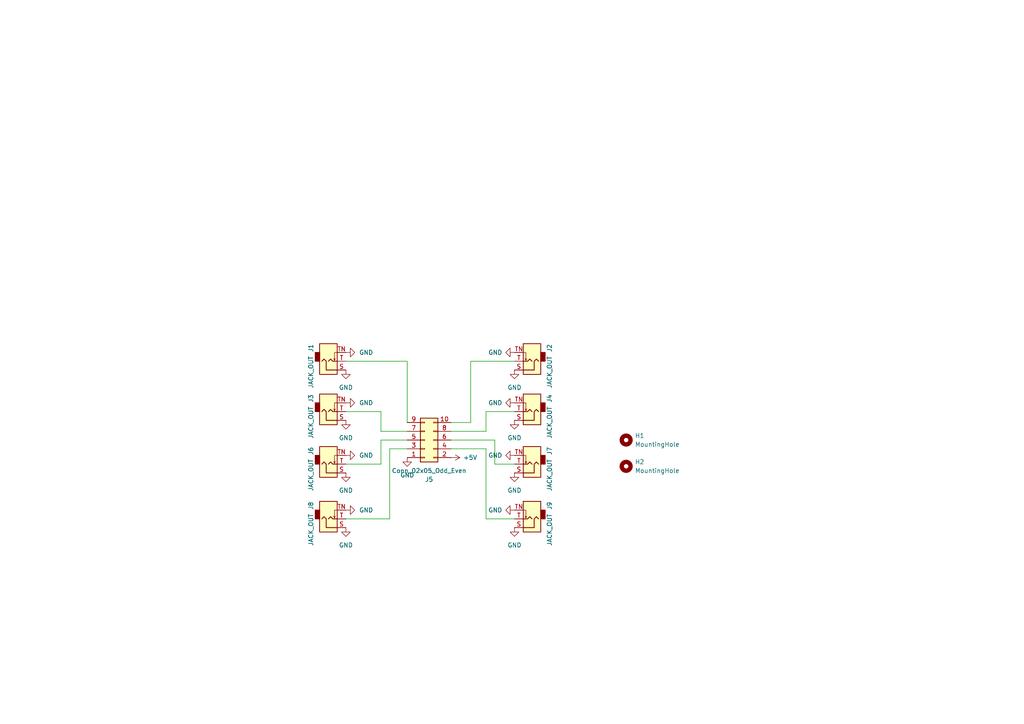
<source format=kicad_sch>
(kicad_sch (version 20211123) (generator eeschema)
  (paper "A4")
  (lib_symbols
    (symbol "Connector:AudioJack2_SwitchT"
      (property "Reference" "J" (at 0 8.89 0))
      (property "Value" "AudioJack2_SwitchT" (at 0 6.35 0))
      (symbol "AudioJack2_SwitchT_0_1"
        (rectangle (start -2.54 0) (end -3.81 -2.54) (stroke (width 0.254)) (fill (type outline)))
        (polyline (pts (xy 1.778 -0.254) (xy 2.032 -0.762)))
        (polyline (pts (xy 0 0) (xy 0.635 -0.635) (xy 1.27 0) (xy 2.54 0)) (stroke (width 0.254)))
        (polyline (pts (xy 2.54 -2.54) (xy 1.778 -2.54) (xy 1.778 -0.254) (xy 1.524 -0.762)))
        (polyline (pts (xy 2.54 2.54) (xy -0.635 2.54) (xy -0.635 0) (xy -1.27 -0.635) (xy -1.905 0)) (stroke (width 0.254)))
        (rectangle (start 2.54 3.81) (end -2.54 -5.08) (stroke (width 0.254)) (fill (type background)))
      )
      (symbol "AudioJack2_SwitchT_1_1"
        (pin passive line (at 5.08 2.54 180) (length 2.54) (name "~") (number "S"))
        (pin passive line (at 5.08 0 180) (length 2.54) (name "~") (number "T"))
        (pin passive line (at 5.08 -2.54 180) (length 2.54) (name "~") (number "TN"))
      )
    )
    (symbol "Connector_Generic:Conn_02x05_Odd_Even" (pin_names (offset 1.016) hide)
      (property "Reference" "J" (at 1.27 7.62 0))
      (property "Value" "Conn_02x05_Odd_Even" (at 1.27 -7.62 0))
      (symbol "Conn_02x05_Odd_Even_1_1"
        (rectangle (start -1.27 -4.953) (end 0 -5.207) (stroke (width 0.1524)))
        (rectangle (start -1.27 -2.413) (end 0 -2.667) (stroke (width 0.1524)))
        (rectangle (start -1.27 0.127) (end 0 -0.127) (stroke (width 0.1524)))
        (rectangle (start -1.27 2.667) (end 0 2.413) (stroke (width 0.1524)))
        (rectangle (start -1.27 5.207) (end 0 4.953) (stroke (width 0.1524)))
        (rectangle (start -1.27 6.35) (end 3.81 -6.35) (stroke (width 0.254)) (fill (type background)))
        (rectangle (start 3.81 -4.953) (end 2.54 -5.207) (stroke (width 0.1524)))
        (rectangle (start 3.81 -2.413) (end 2.54 -2.667) (stroke (width 0.1524)))
        (rectangle (start 3.81 0.127) (end 2.54 -0.127) (stroke (width 0.1524)))
        (rectangle (start 3.81 2.667) (end 2.54 2.413) (stroke (width 0.1524)))
        (rectangle (start 3.81 5.207) (end 2.54 4.953) (stroke (width 0.1524)))
        (pin passive line (at -5.08 5.08 0) (length 3.81) (name "Pin_1") (number "1"))
        (pin passive line (at 7.62 -5.08 180) (length 3.81) (name "Pin_10") (number "10"))
        (pin passive line (at 7.62 5.08 180) (length 3.81) (name "Pin_2") (number "2"))
        (pin passive line (at -5.08 2.54 0) (length 3.81) (name "Pin_3") (number "3"))
        (pin passive line (at 7.62 2.54 180) (length 3.81) (name "Pin_4") (number "4"))
        (pin passive line (at -5.08 0 0) (length 3.81) (name "Pin_5") (number "5"))
        (pin passive line (at 7.62 0 180) (length 3.81) (name "Pin_6") (number "6"))
        (pin passive line (at -5.08 -2.54 0) (length 3.81) (name "Pin_7") (number "7"))
        (pin passive line (at 7.62 -2.54 180) (length 3.81) (name "Pin_8") (number "8"))
        (pin passive line (at -5.08 -5.08 0) (length 3.81) (name "Pin_9") (number "9"))
      )
    )
    (symbol "Mechanical:MountingHole" (pin_names (offset 1.016))
      (property "Reference" "H" (at 0 5.08 0))
      (property "Value" "MountingHole" (at 0 3.175 0))
      (symbol "MountingHole_0_1"
        (circle (center 0 0) (radius 1.27) (stroke (width 1.27)))
      )
    )
    (symbol "power:+5V" (power) (pin_names (offset 0))
      (property "Value" "+5V" (at 0 3.556 0))
      (symbol "+5V_0_1"
        (polyline (pts (xy -0.762 1.27) (xy 0 2.54)))
        (polyline (pts (xy 0 0) (xy 0 2.54)))
        (polyline (pts (xy 0 2.54) (xy 0.762 1.27)))
      )
      (symbol "+5V_1_1"
        (pin power_in line (at 0 0 90) (length 0) hide (name "+5V") (number "1"))
      )
    )
    (symbol "power:GND" (power) (pin_names (offset 0))
      (property "Value" "GND" (at 0 -3.81 0))
      (symbol "GND_0_1"
        (polyline (pts (xy 0 0) (xy 0 -1.27) (xy 1.27 -1.27) (xy 0 -2.54) (xy -1.27 -1.27) (xy 0 -1.27)))
      )
      (symbol "GND_1_1"
        (pin power_in line (at 0 0 270) (length 0) hide (name "GND") (number "1"))
      )
    )
  )
  (wire (pts (xy 130.81 122.555) (xy 136.525 122.555)))
  (wire (pts (xy 136.525 122.555) (xy 136.525 104.775)))
  (wire (pts (xy 143.51 127.635) (xy 143.51 134.62)))
  (wire (pts (xy 118.11 125.095) (xy 110.49 125.095)))
  (wire (pts (xy 136.525 104.775) (xy 149.225 104.775)))
  (wire (pts (xy 130.81 127.635) (xy 143.51 127.635)))
  (wire (pts (xy 110.49 125.095) (xy 110.49 119.38)))
  (wire (pts (xy 113.03 150.495) (xy 100.33 150.495)))
  (wire (pts (xy 143.51 134.62) (xy 149.225 134.62)))
  (wire (pts (xy 110.49 119.38) (xy 100.33 119.38)))
  (wire (pts (xy 130.81 130.175) (xy 140.97 130.175)))
  (wire (pts (xy 110.49 134.62) (xy 100.33 134.62)))
  (wire (pts (xy 140.97 125.095) (xy 140.97 119.38)))
  (wire (pts (xy 100.33 104.775) (xy 118.11 104.775)))
  (wire (pts (xy 118.11 104.775) (xy 118.11 122.555)))
  (wire (pts (xy 118.11 127.635) (xy 110.49 127.635)))
  (wire (pts (xy 140.97 150.495) (xy 149.225 150.495)))
  (wire (pts (xy 140.97 119.38) (xy 149.225 119.38)))
  (wire (pts (xy 118.11 130.175) (xy 113.03 130.175)))
  (wire (pts (xy 130.81 125.095) (xy 140.97 125.095)))
  (wire (pts (xy 110.49 127.635) (xy 110.49 134.62)))
  (wire (pts (xy 140.97 130.175) (xy 140.97 150.495)))
  (wire (pts (xy 113.03 130.175) (xy 113.03 150.495)))
  (symbol (lib_id "power:GND") (at 100.33 121.92 0) (mirror y) (unit 1)
    (property "Reference" "#PWR07" (effects hide))
    (property "Value" "GND" (at 100.33 127 0))
  )
  (symbol (lib_id "power:+5V") (at 130.81 132.715 270) (unit 1)
    (property "Reference" "#PWR012" (effects hide))
    (property "Value" "+5V" (at 138.43 132.715 90) (effects (justify right)))
  )
  (symbol (lib_id "power:GND") (at 149.225 153.035 0) (unit 1)
    (property "Reference" "#PWR018" (effects hide))
    (property "Value" "GND" (at 149.225 158.115 0))
  )
  (symbol (lib_id "power:GND") (at 149.225 137.16 0) (unit 1)
    (property "Reference" "#PWR014" (effects hide))
    (property "Value" "GND" (at 149.225 142.24 0))
  )
  (symbol (lib_id "power:GND") (at 100.33 147.955 90) (unit 1)
    (property "Reference" "#PWR015" (effects hide))
    (property "Value" "GND" (at 104.14 147.9549 90) (effects (justify right)))
  )
  (symbol (lib_id "Connector:AudioJack2_SwitchT") (at 154.305 150.495 180) (unit 1)
    (property "Reference" "J9" (at 159.385 146.685 90))
    (property "Value" "JACK_OUT" (at 159.385 153.67 90))
    (property "Footprint" "Connector_Audio:Jack_3.5mm_QingPu_WQP-PJ398SM_Vertical_CircularHoles" (effects hide))
  )
  (symbol (lib_id "Connector:AudioJack2_SwitchT") (at 154.305 134.62 180) (unit 1)
    (property "Reference" "J7" (at 159.385 130.81 90))
    (property "Value" "JACK_OUT" (at 159.385 137.795 90))
    (property "Footprint" "Connector_Audio:Jack_3.5mm_QingPu_WQP-PJ398SM_Vertical_CircularHoles" (effects hide))
  )
  (symbol (lib_id "power:GND") (at 149.225 116.84 270) (unit 1)
    (property "Reference" "#PWR06" (effects hide))
    (property "Value" "GND" (at 141.605 116.84 90) (effects (justify left)))
  )
  (symbol (lib_id "power:GND") (at 100.33 102.235 90) (unit 1)
    (property "Reference" "#PWR01" (effects hide))
    (property "Value" "GND" (at 104.14 102.2349 90) (effects (justify right)))
  )
  (symbol (lib_id "power:GND") (at 149.225 132.08 270) (unit 1)
    (property "Reference" "#PWR010" (effects hide))
    (property "Value" "GND" (at 141.605 132.08 90) (effects (justify left)))
  )
  (symbol (lib_id "power:GND") (at 118.11 132.715 0) (unit 1)
    (property "Reference" "#PWR011" (effects hide))
    (property "Value" "GND" (at 118.11 137.795 0))
  )
  (symbol (lib_id "power:GND") (at 149.225 107.315 0) (unit 1)
    (property "Reference" "#PWR04" (effects hide))
    (property "Value" "GND" (at 149.225 112.395 0))
  )
  (symbol (lib_id "Connector_Generic:Conn_02x05_Odd_Even") (at 123.19 127.635 0) (mirror x) (unit 1)
    (property "Reference" "J5" (at 124.46 139.065 0))
    (property "Value" "Conn_02x05_Odd_Even" (at 124.46 136.525 0))
    (property "Footprint" "Connector_IDC:IDC-Header_2x05_P2.54mm_Vertical" (effects hide))
  )
  (symbol (lib_id "power:GND") (at 100.33 137.16 0) (mirror y) (unit 1)
    (property "Reference" "#PWR013" (effects hide))
    (property "Value" "GND" (at 100.33 142.24 0))
  )
  (symbol (lib_id "power:GND") (at 149.225 121.92 0) (unit 1)
    (property "Reference" "#PWR08" (effects hide))
    (property "Value" "GND" (at 149.225 127 0))
  )
  (symbol (lib_id "power:GND") (at 100.33 116.84 90) (unit 1)
    (property "Reference" "#PWR05" (effects hide))
    (property "Value" "GND" (at 104.14 116.8399 90) (effects (justify right)))
  )
  (symbol (lib_id "Connector:AudioJack2_SwitchT") (at 95.25 134.62 0) (mirror x) (unit 1)
    (property "Reference" "J6" (at 90.17 130.81 90))
    (property "Value" "JACK_OUT" (at 90.17 137.795 90))
    (property "Footprint" "Connector_Audio:Jack_3.5mm_QingPu_WQP-PJ398SM_Vertical_CircularHoles" (effects hide))
  )
  (symbol (lib_id "power:GND") (at 100.33 153.035 0) (mirror y) (unit 1)
    (property "Reference" "#PWR017" (effects hide))
    (property "Value" "GND" (at 100.33 158.115 0))
  )
  (symbol (lib_id "Connector:AudioJack2_SwitchT") (at 154.305 104.775 180) (unit 1)
    (property "Reference" "J2" (at 159.385 100.965 90))
    (property "Value" "JACK_OUT" (at 159.385 107.95 90))
    (property "Footprint" "Connector_Audio:Jack_3.5mm_QingPu_WQP-PJ398SM_Vertical_CircularHoles" (effects hide))
  )
  (symbol (lib_id "Connector:AudioJack2_SwitchT") (at 95.25 104.775 0) (mirror x) (unit 1)
    (property "Reference" "J1" (at 90.17 100.965 90))
    (property "Value" "JACK_OUT" (at 90.17 107.95 90))
    (property "Footprint" "Connector_Audio:Jack_3.5mm_QingPu_WQP-PJ398SM_Vertical_CircularHoles" (effects hide))
  )
  (symbol (lib_id "power:GND") (at 100.33 107.315 0) (mirror y) (unit 1)
    (property "Reference" "#PWR03" (effects hide))
    (property "Value" "GND" (at 100.33 112.395 0))
  )
  (symbol (lib_id "power:GND") (at 149.225 147.955 270) (unit 1)
    (property "Reference" "#PWR016" (effects hide))
    (property "Value" "GND" (at 141.605 147.955 90) (effects (justify left)))
  )
  (symbol (lib_id "Connector:AudioJack2_SwitchT") (at 95.25 150.495 0) (mirror x) (unit 1)
    (property "Reference" "J8" (at 90.17 146.685 90))
    (property "Value" "JACK_OUT" (at 90.17 153.67 90))
    (property "Footprint" "Connector_Audio:Jack_3.5mm_QingPu_WQP-PJ398SM_Vertical_CircularHoles" (effects hide))
  )
  (symbol (lib_id "power:GND") (at 100.33 132.08 90) (unit 1)
    (property "Reference" "#PWR09" (effects hide))
    (property "Value" "GND" (at 104.14 132.0799 90) (effects (justify right)))
  )
  (symbol (lib_id "power:GND") (at 149.225 102.235 270) (unit 1)
    (property "Reference" "#PWR02" (effects hide))
    (property "Value" "GND" (at 141.605 102.235 90) (effects (justify left)))
  )
  (symbol (lib_id "Mechanical:MountingHole") (at 181.61 127.635 0) (unit 1)
    (property "Reference" "H1" (at 184.15 126.3649 0) (effects (justify left)))
    (property "Value" "MountingHole" (at 184.15 128.9049 0) (effects (justify left)))
    (property "Footprint" "MountingHole:MountingHole_2.2mm_M2" (effects hide))
  )
  (symbol (lib_id "Mechanical:MountingHole") (at 181.61 135.255 0) (unit 1)
    (property "Reference" "H2" (at 184.15 133.9849 0) (effects (justify left)))
    (property "Value" "MountingHole" (at 184.15 136.5249 0) (effects (justify left)))
    (property "Footprint" "MountingHole:MountingHole_2.2mm_M2" (effects hide))
  )
  (symbol (lib_id "Connector:AudioJack2_SwitchT") (at 154.305 119.38 180) (unit 1)
    (property "Reference" "J4" (at 159.385 115.57 90))
    (property "Value" "JACK_OUT" (at 159.385 122.555 90))
    (property "Footprint" "Connector_Audio:Jack_3.5mm_QingPu_WQP-PJ398SM_Vertical_CircularHoles" (effects hide))
  )
  (symbol (lib_id "Connector:AudioJack2_SwitchT") (at 95.25 119.38 0) (mirror x) (unit 1)
    (property "Reference" "J3" (at 90.17 115.57 90))
    (property "Value" "JACK_OUT" (at 90.17 122.555 90))
    (property "Footprint" "Connector_Audio:Jack_3.5mm_QingPu_WQP-PJ398SM_Vertical_CircularHoles" (effects hide))
  )
)
</source>
